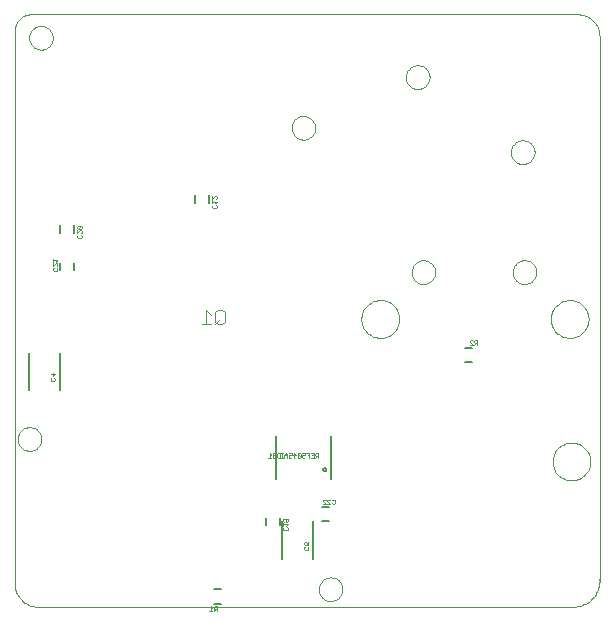
<source format=gbo>
G75*
G70*
%OFA0B0*%
%FSLAX24Y24*%
%IPPOS*%
%LPD*%
%AMOC8*
5,1,8,0,0,1.08239X$1,22.5*
%
%ADD10C,0.0000*%
%ADD11C,0.0080*%
%ADD12C,0.0060*%
%ADD13C,0.0010*%
%ADD14C,0.0040*%
D10*
X001041Y000425D02*
X018944Y000425D01*
X018943Y000425D02*
X019001Y000428D01*
X019058Y000436D01*
X019114Y000448D01*
X019170Y000463D01*
X019224Y000481D01*
X019277Y000503D01*
X019329Y000529D01*
X019379Y000558D01*
X019427Y000590D01*
X019472Y000625D01*
X019515Y000663D01*
X019556Y000704D01*
X019594Y000748D01*
X019629Y000793D01*
X019661Y000841D01*
X019689Y000891D01*
X019715Y000943D01*
X019736Y000996D01*
X019755Y001051D01*
X019770Y001107D01*
X019781Y001163D01*
X019788Y001220D01*
X019792Y001278D01*
X019791Y001335D01*
X019792Y001335D02*
X019792Y019447D01*
X019790Y019499D01*
X019785Y019550D01*
X019775Y019601D01*
X019763Y019651D01*
X019746Y019700D01*
X019726Y019748D01*
X019703Y019794D01*
X019677Y019839D01*
X019647Y019881D01*
X019615Y019922D01*
X019580Y019960D01*
X019542Y019995D01*
X019501Y020027D01*
X019459Y020057D01*
X019414Y020083D01*
X019368Y020106D01*
X019320Y020126D01*
X019271Y020143D01*
X019221Y020155D01*
X019170Y020165D01*
X019119Y020170D01*
X019067Y020172D01*
X000841Y020172D01*
X000796Y020170D01*
X000751Y020165D01*
X000707Y020155D01*
X000664Y020143D01*
X000622Y020126D01*
X000582Y020106D01*
X000543Y020083D01*
X000507Y020057D01*
X000473Y020028D01*
X000441Y019996D01*
X000412Y019962D01*
X000386Y019926D01*
X000363Y019887D01*
X000343Y019847D01*
X000326Y019805D01*
X000314Y019762D01*
X000304Y019718D01*
X000299Y019673D01*
X000297Y019628D01*
X000297Y001232D01*
X000296Y001177D01*
X000300Y001121D01*
X000308Y001066D01*
X000319Y001012D01*
X000335Y000959D01*
X000354Y000907D01*
X000377Y000856D01*
X000403Y000808D01*
X000433Y000761D01*
X000466Y000716D01*
X000502Y000674D01*
X000541Y000635D01*
X000583Y000598D01*
X000627Y000565D01*
X000673Y000535D01*
X000722Y000508D01*
X000772Y000485D01*
X000824Y000465D01*
X000877Y000449D01*
X000932Y000437D01*
X000986Y000429D01*
X001042Y000425D01*
X000403Y006017D02*
X000405Y006056D01*
X000411Y006095D01*
X000421Y006133D01*
X000434Y006170D01*
X000451Y006205D01*
X000471Y006239D01*
X000495Y006270D01*
X000522Y006299D01*
X000551Y006325D01*
X000583Y006348D01*
X000617Y006368D01*
X000653Y006384D01*
X000690Y006396D01*
X000729Y006405D01*
X000768Y006410D01*
X000807Y006411D01*
X000846Y006408D01*
X000885Y006401D01*
X000922Y006390D01*
X000959Y006376D01*
X000994Y006358D01*
X001027Y006337D01*
X001058Y006312D01*
X001086Y006285D01*
X001111Y006255D01*
X001133Y006222D01*
X001152Y006188D01*
X001167Y006152D01*
X001179Y006114D01*
X001187Y006076D01*
X001191Y006037D01*
X001191Y005997D01*
X001187Y005958D01*
X001179Y005920D01*
X001167Y005882D01*
X001152Y005846D01*
X001133Y005812D01*
X001111Y005779D01*
X001086Y005749D01*
X001058Y005722D01*
X001027Y005697D01*
X000994Y005676D01*
X000959Y005658D01*
X000922Y005644D01*
X000885Y005633D01*
X000846Y005626D01*
X000807Y005623D01*
X000768Y005624D01*
X000729Y005629D01*
X000690Y005638D01*
X000653Y005650D01*
X000617Y005666D01*
X000583Y005686D01*
X000551Y005709D01*
X000522Y005735D01*
X000495Y005764D01*
X000471Y005795D01*
X000451Y005829D01*
X000434Y005864D01*
X000421Y005901D01*
X000411Y005939D01*
X000405Y005978D01*
X000403Y006017D01*
X009528Y016392D02*
X009530Y016431D01*
X009536Y016470D01*
X009546Y016508D01*
X009559Y016545D01*
X009576Y016580D01*
X009596Y016614D01*
X009620Y016645D01*
X009647Y016674D01*
X009676Y016700D01*
X009708Y016723D01*
X009742Y016743D01*
X009778Y016759D01*
X009815Y016771D01*
X009854Y016780D01*
X009893Y016785D01*
X009932Y016786D01*
X009971Y016783D01*
X010010Y016776D01*
X010047Y016765D01*
X010084Y016751D01*
X010119Y016733D01*
X010152Y016712D01*
X010183Y016687D01*
X010211Y016660D01*
X010236Y016630D01*
X010258Y016597D01*
X010277Y016563D01*
X010292Y016527D01*
X010304Y016489D01*
X010312Y016451D01*
X010316Y016412D01*
X010316Y016372D01*
X010312Y016333D01*
X010304Y016295D01*
X010292Y016257D01*
X010277Y016221D01*
X010258Y016187D01*
X010236Y016154D01*
X010211Y016124D01*
X010183Y016097D01*
X010152Y016072D01*
X010119Y016051D01*
X010084Y016033D01*
X010047Y016019D01*
X010010Y016008D01*
X009971Y016001D01*
X009932Y015998D01*
X009893Y015999D01*
X009854Y016004D01*
X009815Y016013D01*
X009778Y016025D01*
X009742Y016041D01*
X009708Y016061D01*
X009676Y016084D01*
X009647Y016110D01*
X009620Y016139D01*
X009596Y016170D01*
X009576Y016204D01*
X009559Y016239D01*
X009546Y016276D01*
X009536Y016314D01*
X009530Y016353D01*
X009528Y016392D01*
X013340Y018080D02*
X013342Y018119D01*
X013348Y018158D01*
X013358Y018196D01*
X013371Y018233D01*
X013388Y018268D01*
X013408Y018302D01*
X013432Y018333D01*
X013459Y018362D01*
X013488Y018388D01*
X013520Y018411D01*
X013554Y018431D01*
X013590Y018447D01*
X013627Y018459D01*
X013666Y018468D01*
X013705Y018473D01*
X013744Y018474D01*
X013783Y018471D01*
X013822Y018464D01*
X013859Y018453D01*
X013896Y018439D01*
X013931Y018421D01*
X013964Y018400D01*
X013995Y018375D01*
X014023Y018348D01*
X014048Y018318D01*
X014070Y018285D01*
X014089Y018251D01*
X014104Y018215D01*
X014116Y018177D01*
X014124Y018139D01*
X014128Y018100D01*
X014128Y018060D01*
X014124Y018021D01*
X014116Y017983D01*
X014104Y017945D01*
X014089Y017909D01*
X014070Y017875D01*
X014048Y017842D01*
X014023Y017812D01*
X013995Y017785D01*
X013964Y017760D01*
X013931Y017739D01*
X013896Y017721D01*
X013859Y017707D01*
X013822Y017696D01*
X013783Y017689D01*
X013744Y017686D01*
X013705Y017687D01*
X013666Y017692D01*
X013627Y017701D01*
X013590Y017713D01*
X013554Y017729D01*
X013520Y017749D01*
X013488Y017772D01*
X013459Y017798D01*
X013432Y017827D01*
X013408Y017858D01*
X013388Y017892D01*
X013371Y017927D01*
X013358Y017964D01*
X013348Y018002D01*
X013342Y018041D01*
X013340Y018080D01*
X016840Y015580D02*
X016842Y015619D01*
X016848Y015658D01*
X016858Y015696D01*
X016871Y015733D01*
X016888Y015768D01*
X016908Y015802D01*
X016932Y015833D01*
X016959Y015862D01*
X016988Y015888D01*
X017020Y015911D01*
X017054Y015931D01*
X017090Y015947D01*
X017127Y015959D01*
X017166Y015968D01*
X017205Y015973D01*
X017244Y015974D01*
X017283Y015971D01*
X017322Y015964D01*
X017359Y015953D01*
X017396Y015939D01*
X017431Y015921D01*
X017464Y015900D01*
X017495Y015875D01*
X017523Y015848D01*
X017548Y015818D01*
X017570Y015785D01*
X017589Y015751D01*
X017604Y015715D01*
X017616Y015677D01*
X017624Y015639D01*
X017628Y015600D01*
X017628Y015560D01*
X017624Y015521D01*
X017616Y015483D01*
X017604Y015445D01*
X017589Y015409D01*
X017570Y015375D01*
X017548Y015342D01*
X017523Y015312D01*
X017495Y015285D01*
X017464Y015260D01*
X017431Y015239D01*
X017396Y015221D01*
X017359Y015207D01*
X017322Y015196D01*
X017283Y015189D01*
X017244Y015186D01*
X017205Y015187D01*
X017166Y015192D01*
X017127Y015201D01*
X017090Y015213D01*
X017054Y015229D01*
X017020Y015249D01*
X016988Y015272D01*
X016959Y015298D01*
X016932Y015327D01*
X016908Y015358D01*
X016888Y015392D01*
X016871Y015427D01*
X016858Y015464D01*
X016848Y015502D01*
X016842Y015541D01*
X016840Y015580D01*
X016903Y011580D02*
X016905Y011619D01*
X016911Y011658D01*
X016921Y011696D01*
X016934Y011733D01*
X016951Y011768D01*
X016971Y011802D01*
X016995Y011833D01*
X017022Y011862D01*
X017051Y011888D01*
X017083Y011911D01*
X017117Y011931D01*
X017153Y011947D01*
X017190Y011959D01*
X017229Y011968D01*
X017268Y011973D01*
X017307Y011974D01*
X017346Y011971D01*
X017385Y011964D01*
X017422Y011953D01*
X017459Y011939D01*
X017494Y011921D01*
X017527Y011900D01*
X017558Y011875D01*
X017586Y011848D01*
X017611Y011818D01*
X017633Y011785D01*
X017652Y011751D01*
X017667Y011715D01*
X017679Y011677D01*
X017687Y011639D01*
X017691Y011600D01*
X017691Y011560D01*
X017687Y011521D01*
X017679Y011483D01*
X017667Y011445D01*
X017652Y011409D01*
X017633Y011375D01*
X017611Y011342D01*
X017586Y011312D01*
X017558Y011285D01*
X017527Y011260D01*
X017494Y011239D01*
X017459Y011221D01*
X017422Y011207D01*
X017385Y011196D01*
X017346Y011189D01*
X017307Y011186D01*
X017268Y011187D01*
X017229Y011192D01*
X017190Y011201D01*
X017153Y011213D01*
X017117Y011229D01*
X017083Y011249D01*
X017051Y011272D01*
X017022Y011298D01*
X016995Y011327D01*
X016971Y011358D01*
X016951Y011392D01*
X016934Y011427D01*
X016921Y011464D01*
X016911Y011502D01*
X016905Y011541D01*
X016903Y011580D01*
X018167Y010017D02*
X018169Y010067D01*
X018175Y010117D01*
X018185Y010166D01*
X018199Y010214D01*
X018216Y010261D01*
X018237Y010306D01*
X018262Y010350D01*
X018290Y010391D01*
X018322Y010430D01*
X018356Y010467D01*
X018393Y010501D01*
X018433Y010531D01*
X018475Y010558D01*
X018519Y010582D01*
X018565Y010603D01*
X018612Y010619D01*
X018660Y010632D01*
X018710Y010641D01*
X018759Y010646D01*
X018810Y010647D01*
X018860Y010644D01*
X018909Y010637D01*
X018958Y010626D01*
X019006Y010611D01*
X019052Y010593D01*
X019097Y010571D01*
X019140Y010545D01*
X019181Y010516D01*
X019220Y010484D01*
X019256Y010449D01*
X019288Y010411D01*
X019318Y010371D01*
X019345Y010328D01*
X019368Y010284D01*
X019387Y010238D01*
X019403Y010190D01*
X019415Y010141D01*
X019423Y010092D01*
X019427Y010042D01*
X019427Y009992D01*
X019423Y009942D01*
X019415Y009893D01*
X019403Y009844D01*
X019387Y009796D01*
X019368Y009750D01*
X019345Y009706D01*
X019318Y009663D01*
X019288Y009623D01*
X019256Y009585D01*
X019220Y009550D01*
X019181Y009518D01*
X019140Y009489D01*
X019097Y009463D01*
X019052Y009441D01*
X019006Y009423D01*
X018958Y009408D01*
X018909Y009397D01*
X018860Y009390D01*
X018810Y009387D01*
X018759Y009388D01*
X018710Y009393D01*
X018660Y009402D01*
X018612Y009415D01*
X018565Y009431D01*
X018519Y009452D01*
X018475Y009476D01*
X018433Y009503D01*
X018393Y009533D01*
X018356Y009567D01*
X018322Y009604D01*
X018290Y009643D01*
X018262Y009684D01*
X018237Y009728D01*
X018216Y009773D01*
X018199Y009820D01*
X018185Y009868D01*
X018175Y009917D01*
X018169Y009967D01*
X018167Y010017D01*
X013528Y011580D02*
X013530Y011619D01*
X013536Y011658D01*
X013546Y011696D01*
X013559Y011733D01*
X013576Y011768D01*
X013596Y011802D01*
X013620Y011833D01*
X013647Y011862D01*
X013676Y011888D01*
X013708Y011911D01*
X013742Y011931D01*
X013778Y011947D01*
X013815Y011959D01*
X013854Y011968D01*
X013893Y011973D01*
X013932Y011974D01*
X013971Y011971D01*
X014010Y011964D01*
X014047Y011953D01*
X014084Y011939D01*
X014119Y011921D01*
X014152Y011900D01*
X014183Y011875D01*
X014211Y011848D01*
X014236Y011818D01*
X014258Y011785D01*
X014277Y011751D01*
X014292Y011715D01*
X014304Y011677D01*
X014312Y011639D01*
X014316Y011600D01*
X014316Y011560D01*
X014312Y011521D01*
X014304Y011483D01*
X014292Y011445D01*
X014277Y011409D01*
X014258Y011375D01*
X014236Y011342D01*
X014211Y011312D01*
X014183Y011285D01*
X014152Y011260D01*
X014119Y011239D01*
X014084Y011221D01*
X014047Y011207D01*
X014010Y011196D01*
X013971Y011189D01*
X013932Y011186D01*
X013893Y011187D01*
X013854Y011192D01*
X013815Y011201D01*
X013778Y011213D01*
X013742Y011229D01*
X013708Y011249D01*
X013676Y011272D01*
X013647Y011298D01*
X013620Y011327D01*
X013596Y011358D01*
X013576Y011392D01*
X013559Y011427D01*
X013546Y011464D01*
X013536Y011502D01*
X013530Y011541D01*
X013528Y011580D01*
X011854Y010017D02*
X011856Y010067D01*
X011862Y010117D01*
X011872Y010166D01*
X011886Y010214D01*
X011903Y010261D01*
X011924Y010306D01*
X011949Y010350D01*
X011977Y010391D01*
X012009Y010430D01*
X012043Y010467D01*
X012080Y010501D01*
X012120Y010531D01*
X012162Y010558D01*
X012206Y010582D01*
X012252Y010603D01*
X012299Y010619D01*
X012347Y010632D01*
X012397Y010641D01*
X012446Y010646D01*
X012497Y010647D01*
X012547Y010644D01*
X012596Y010637D01*
X012645Y010626D01*
X012693Y010611D01*
X012739Y010593D01*
X012784Y010571D01*
X012827Y010545D01*
X012868Y010516D01*
X012907Y010484D01*
X012943Y010449D01*
X012975Y010411D01*
X013005Y010371D01*
X013032Y010328D01*
X013055Y010284D01*
X013074Y010238D01*
X013090Y010190D01*
X013102Y010141D01*
X013110Y010092D01*
X013114Y010042D01*
X013114Y009992D01*
X013110Y009942D01*
X013102Y009893D01*
X013090Y009844D01*
X013074Y009796D01*
X013055Y009750D01*
X013032Y009706D01*
X013005Y009663D01*
X012975Y009623D01*
X012943Y009585D01*
X012907Y009550D01*
X012868Y009518D01*
X012827Y009489D01*
X012784Y009463D01*
X012739Y009441D01*
X012693Y009423D01*
X012645Y009408D01*
X012596Y009397D01*
X012547Y009390D01*
X012497Y009387D01*
X012446Y009388D01*
X012397Y009393D01*
X012347Y009402D01*
X012299Y009415D01*
X012252Y009431D01*
X012206Y009452D01*
X012162Y009476D01*
X012120Y009503D01*
X012080Y009533D01*
X012043Y009567D01*
X012009Y009604D01*
X011977Y009643D01*
X011949Y009684D01*
X011924Y009728D01*
X011903Y009773D01*
X011886Y009820D01*
X011872Y009868D01*
X011862Y009917D01*
X011856Y009967D01*
X011854Y010017D01*
X018229Y005267D02*
X018231Y005317D01*
X018237Y005367D01*
X018247Y005416D01*
X018261Y005464D01*
X018278Y005511D01*
X018299Y005556D01*
X018324Y005600D01*
X018352Y005641D01*
X018384Y005680D01*
X018418Y005717D01*
X018455Y005751D01*
X018495Y005781D01*
X018537Y005808D01*
X018581Y005832D01*
X018627Y005853D01*
X018674Y005869D01*
X018722Y005882D01*
X018772Y005891D01*
X018821Y005896D01*
X018872Y005897D01*
X018922Y005894D01*
X018971Y005887D01*
X019020Y005876D01*
X019068Y005861D01*
X019114Y005843D01*
X019159Y005821D01*
X019202Y005795D01*
X019243Y005766D01*
X019282Y005734D01*
X019318Y005699D01*
X019350Y005661D01*
X019380Y005621D01*
X019407Y005578D01*
X019430Y005534D01*
X019449Y005488D01*
X019465Y005440D01*
X019477Y005391D01*
X019485Y005342D01*
X019489Y005292D01*
X019489Y005242D01*
X019485Y005192D01*
X019477Y005143D01*
X019465Y005094D01*
X019449Y005046D01*
X019430Y005000D01*
X019407Y004956D01*
X019380Y004913D01*
X019350Y004873D01*
X019318Y004835D01*
X019282Y004800D01*
X019243Y004768D01*
X019202Y004739D01*
X019159Y004713D01*
X019114Y004691D01*
X019068Y004673D01*
X019020Y004658D01*
X018971Y004647D01*
X018922Y004640D01*
X018872Y004637D01*
X018821Y004638D01*
X018772Y004643D01*
X018722Y004652D01*
X018674Y004665D01*
X018627Y004681D01*
X018581Y004702D01*
X018537Y004726D01*
X018495Y004753D01*
X018455Y004783D01*
X018418Y004817D01*
X018384Y004854D01*
X018352Y004893D01*
X018324Y004934D01*
X018299Y004978D01*
X018278Y005023D01*
X018261Y005070D01*
X018247Y005118D01*
X018237Y005167D01*
X018231Y005217D01*
X018229Y005267D01*
X010437Y001010D02*
X010439Y001049D01*
X010445Y001088D01*
X010455Y001126D01*
X010468Y001163D01*
X010485Y001198D01*
X010505Y001232D01*
X010529Y001263D01*
X010556Y001292D01*
X010585Y001318D01*
X010617Y001341D01*
X010651Y001361D01*
X010687Y001377D01*
X010724Y001389D01*
X010763Y001398D01*
X010802Y001403D01*
X010841Y001404D01*
X010880Y001401D01*
X010919Y001394D01*
X010956Y001383D01*
X010993Y001369D01*
X011028Y001351D01*
X011061Y001330D01*
X011092Y001305D01*
X011120Y001278D01*
X011145Y001248D01*
X011167Y001215D01*
X011186Y001181D01*
X011201Y001145D01*
X011213Y001107D01*
X011221Y001069D01*
X011225Y001030D01*
X011225Y000990D01*
X011221Y000951D01*
X011213Y000913D01*
X011201Y000875D01*
X011186Y000839D01*
X011167Y000805D01*
X011145Y000772D01*
X011120Y000742D01*
X011092Y000715D01*
X011061Y000690D01*
X011028Y000669D01*
X010993Y000651D01*
X010956Y000637D01*
X010919Y000626D01*
X010880Y000619D01*
X010841Y000616D01*
X010802Y000617D01*
X010763Y000622D01*
X010724Y000631D01*
X010687Y000643D01*
X010651Y000659D01*
X010617Y000679D01*
X010585Y000702D01*
X010556Y000728D01*
X010529Y000757D01*
X010505Y000788D01*
X010485Y000822D01*
X010468Y000857D01*
X010455Y000894D01*
X010445Y000932D01*
X010439Y000971D01*
X010437Y001010D01*
X000778Y019392D02*
X000780Y019431D01*
X000786Y019470D01*
X000796Y019508D01*
X000809Y019545D01*
X000826Y019580D01*
X000846Y019614D01*
X000870Y019645D01*
X000897Y019674D01*
X000926Y019700D01*
X000958Y019723D01*
X000992Y019743D01*
X001028Y019759D01*
X001065Y019771D01*
X001104Y019780D01*
X001143Y019785D01*
X001182Y019786D01*
X001221Y019783D01*
X001260Y019776D01*
X001297Y019765D01*
X001334Y019751D01*
X001369Y019733D01*
X001402Y019712D01*
X001433Y019687D01*
X001461Y019660D01*
X001486Y019630D01*
X001508Y019597D01*
X001527Y019563D01*
X001542Y019527D01*
X001554Y019489D01*
X001562Y019451D01*
X001566Y019412D01*
X001566Y019372D01*
X001562Y019333D01*
X001554Y019295D01*
X001542Y019257D01*
X001527Y019221D01*
X001508Y019187D01*
X001486Y019154D01*
X001461Y019124D01*
X001433Y019097D01*
X001402Y019072D01*
X001369Y019051D01*
X001334Y019033D01*
X001297Y019019D01*
X001260Y019008D01*
X001221Y019001D01*
X001182Y018998D01*
X001143Y018999D01*
X001104Y019004D01*
X001065Y019013D01*
X001028Y019025D01*
X000992Y019041D01*
X000958Y019061D01*
X000926Y019084D01*
X000897Y019110D01*
X000870Y019139D01*
X000846Y019170D01*
X000826Y019204D01*
X000809Y019239D01*
X000796Y019276D01*
X000786Y019314D01*
X000780Y019353D01*
X000778Y019392D01*
D11*
X000785Y008897D02*
X000785Y007637D01*
X001809Y007637D02*
X001809Y008897D01*
X009222Y003272D02*
X009222Y002012D01*
X010246Y002012D02*
X010246Y003272D01*
X010575Y005002D02*
X010577Y005017D01*
X010583Y005030D01*
X010592Y005042D01*
X010603Y005051D01*
X010617Y005057D01*
X010632Y005059D01*
X010647Y005057D01*
X010660Y005051D01*
X010672Y005042D01*
X010681Y005031D01*
X010687Y005017D01*
X010689Y005002D01*
X010687Y004987D01*
X010681Y004974D01*
X010672Y004962D01*
X010661Y004953D01*
X010647Y004947D01*
X010632Y004945D01*
X010617Y004947D01*
X010604Y004953D01*
X010592Y004962D01*
X010583Y004973D01*
X010577Y004987D01*
X010575Y005002D01*
D12*
X010852Y004682D02*
X010852Y006102D01*
X008992Y006102D02*
X008992Y004682D01*
X009158Y003385D02*
X009158Y003149D01*
X008685Y003149D02*
X008685Y003385D01*
X010554Y003281D02*
X010790Y003281D01*
X010790Y003753D02*
X010554Y003753D01*
X007165Y001003D02*
X006929Y001003D01*
X006929Y000531D02*
X007165Y000531D01*
X015304Y008593D02*
X015540Y008593D01*
X015540Y009066D02*
X015304Y009066D01*
X006783Y013899D02*
X006783Y014135D01*
X006310Y014135D02*
X006310Y013899D01*
X002283Y013135D02*
X002283Y012899D01*
X001810Y012899D02*
X001810Y013135D01*
X001810Y011885D02*
X001810Y011649D01*
X002283Y011649D02*
X002283Y011885D01*
D13*
X001717Y011853D02*
X001717Y011803D01*
X001692Y011778D01*
X001692Y011730D02*
X001717Y011705D01*
X001717Y011655D01*
X001692Y011630D01*
X001592Y011630D01*
X001567Y011655D01*
X001567Y011705D01*
X001592Y011730D01*
X001567Y011778D02*
X001667Y011878D01*
X001692Y011878D01*
X001717Y011853D01*
X001667Y011925D02*
X001717Y011975D01*
X001567Y011975D01*
X001567Y011925D02*
X001567Y012025D01*
X001567Y011878D02*
X001567Y011778D01*
X002402Y012722D02*
X002377Y012747D01*
X002377Y012797D01*
X002402Y012822D01*
X002377Y012869D02*
X002477Y012970D01*
X002502Y012970D01*
X002527Y012945D01*
X002527Y012894D01*
X002502Y012869D01*
X002502Y012822D02*
X002527Y012797D01*
X002527Y012747D01*
X002502Y012722D01*
X002402Y012722D01*
X002377Y012869D02*
X002377Y012970D01*
X002402Y013017D02*
X002502Y013117D01*
X002402Y013117D01*
X002377Y013092D01*
X002377Y013042D01*
X002402Y013017D01*
X002502Y013017D01*
X002527Y013042D01*
X002527Y013092D01*
X002502Y013117D01*
X006877Y013747D02*
X006877Y013797D01*
X006902Y013822D01*
X006877Y013869D02*
X006877Y013970D01*
X006877Y014017D02*
X006977Y014117D01*
X007002Y014117D01*
X007027Y014092D01*
X007027Y014042D01*
X007002Y014017D01*
X007027Y013920D02*
X006877Y013920D01*
X006877Y014017D02*
X006877Y014117D01*
X007027Y013920D02*
X006977Y013869D01*
X007002Y013822D02*
X007027Y013797D01*
X007027Y013747D01*
X007002Y013722D01*
X006902Y013722D01*
X006877Y013747D01*
X001649Y008180D02*
X001574Y008105D01*
X001574Y008205D01*
X001499Y008180D02*
X001649Y008180D01*
X001624Y008057D02*
X001649Y008032D01*
X001649Y007982D01*
X001624Y007957D01*
X001524Y007957D01*
X001499Y007982D01*
X001499Y008032D01*
X001524Y008057D01*
X008795Y005547D02*
X008795Y005397D01*
X008845Y005397D02*
X008745Y005397D01*
X008845Y005497D02*
X008795Y005547D01*
X008893Y005522D02*
X008918Y005547D01*
X008968Y005547D01*
X008993Y005522D01*
X008993Y005422D01*
X008968Y005397D01*
X008918Y005397D01*
X008893Y005422D01*
X008893Y005472D01*
X008943Y005472D01*
X009040Y005422D02*
X009040Y005522D01*
X009065Y005547D01*
X009140Y005547D01*
X009140Y005397D01*
X009065Y005397D01*
X009040Y005422D01*
X009188Y005397D02*
X009238Y005397D01*
X009213Y005397D02*
X009213Y005547D01*
X009238Y005547D02*
X009188Y005547D01*
X009285Y005497D02*
X009285Y005397D01*
X009285Y005472D02*
X009385Y005472D01*
X009385Y005497D02*
X009335Y005547D01*
X009285Y005497D01*
X009385Y005497D02*
X009385Y005397D01*
X009433Y005422D02*
X009458Y005397D01*
X009508Y005397D01*
X009533Y005422D01*
X009533Y005472D02*
X009483Y005497D01*
X009458Y005497D01*
X009433Y005472D01*
X009433Y005422D01*
X009533Y005472D02*
X009533Y005547D01*
X009433Y005547D01*
X009580Y005472D02*
X009680Y005472D01*
X009605Y005547D01*
X009605Y005397D01*
X009727Y005422D02*
X009727Y005522D01*
X009827Y005422D01*
X009802Y005397D01*
X009752Y005397D01*
X009727Y005422D01*
X009727Y005522D02*
X009752Y005547D01*
X009802Y005547D01*
X009827Y005522D01*
X009827Y005422D01*
X009875Y005422D02*
X009900Y005397D01*
X009950Y005397D01*
X009975Y005422D01*
X009975Y005472D02*
X009925Y005497D01*
X009900Y005497D01*
X009875Y005472D01*
X009875Y005422D01*
X009975Y005472D02*
X009975Y005547D01*
X009875Y005547D01*
X010022Y005547D02*
X010122Y005547D01*
X010122Y005397D01*
X010169Y005397D02*
X010269Y005397D01*
X010269Y005547D01*
X010169Y005547D01*
X010122Y005472D02*
X010072Y005472D01*
X010219Y005472D02*
X010269Y005472D01*
X010317Y005472D02*
X010342Y005447D01*
X010417Y005447D01*
X010417Y005397D02*
X010417Y005547D01*
X010342Y005547D01*
X010317Y005522D01*
X010317Y005472D01*
X010367Y005447D02*
X010317Y005397D01*
X010597Y003997D02*
X010647Y003997D01*
X010672Y003972D01*
X010719Y003972D02*
X010744Y003997D01*
X010794Y003997D01*
X010819Y003972D01*
X010867Y003972D02*
X010892Y003997D01*
X010942Y003997D01*
X010967Y003972D01*
X010967Y003872D01*
X010942Y003847D01*
X010892Y003847D01*
X010867Y003872D01*
X010819Y003847D02*
X010719Y003947D01*
X010719Y003972D01*
X010597Y003997D02*
X010572Y003972D01*
X010572Y003947D01*
X010672Y003847D01*
X010572Y003847D01*
X010719Y003847D02*
X010819Y003847D01*
X010086Y002580D02*
X010086Y002480D01*
X010011Y002480D01*
X010036Y002530D01*
X010036Y002555D01*
X010011Y002580D01*
X009961Y002580D01*
X009936Y002555D01*
X009936Y002505D01*
X009961Y002480D01*
X009961Y002432D02*
X009936Y002407D01*
X009936Y002357D01*
X009961Y002332D01*
X010061Y002332D01*
X010086Y002357D01*
X010086Y002407D01*
X010061Y002432D01*
X009402Y002997D02*
X009377Y002972D01*
X009277Y002972D01*
X009252Y002997D01*
X009252Y003047D01*
X009277Y003072D01*
X009252Y003119D02*
X009252Y003220D01*
X009252Y003170D02*
X009402Y003170D01*
X009352Y003119D01*
X009377Y003072D02*
X009402Y003047D01*
X009402Y002997D01*
X009377Y003267D02*
X009352Y003267D01*
X009327Y003292D01*
X009327Y003367D01*
X009377Y003367D02*
X009402Y003342D01*
X009402Y003292D01*
X009377Y003267D01*
X009377Y003367D02*
X009277Y003367D01*
X009252Y003342D01*
X009252Y003292D01*
X009277Y003267D01*
X007036Y000437D02*
X006961Y000437D01*
X006936Y000412D01*
X006936Y000362D01*
X006961Y000337D01*
X007036Y000337D01*
X006986Y000337D02*
X006936Y000287D01*
X006889Y000287D02*
X006789Y000287D01*
X006839Y000287D02*
X006839Y000437D01*
X006889Y000387D01*
X007036Y000437D02*
X007036Y000287D01*
X015469Y009160D02*
X015569Y009160D01*
X015469Y009260D01*
X015469Y009285D01*
X015494Y009310D01*
X015544Y009310D01*
X015569Y009285D01*
X015617Y009285D02*
X015617Y009235D01*
X015642Y009210D01*
X015717Y009210D01*
X015667Y009210D02*
X015617Y009160D01*
X015717Y009160D02*
X015717Y009310D01*
X015642Y009310D01*
X015617Y009285D01*
D14*
X007294Y009931D02*
X007218Y009854D01*
X007064Y009854D01*
X006988Y009931D01*
X006988Y010238D01*
X007064Y010314D01*
X007218Y010314D01*
X007294Y010238D01*
X007294Y009931D01*
X007141Y010008D02*
X006988Y009854D01*
X006834Y009854D02*
X006527Y009854D01*
X006681Y009854D02*
X006681Y010314D01*
X006834Y010161D01*
M02*

</source>
